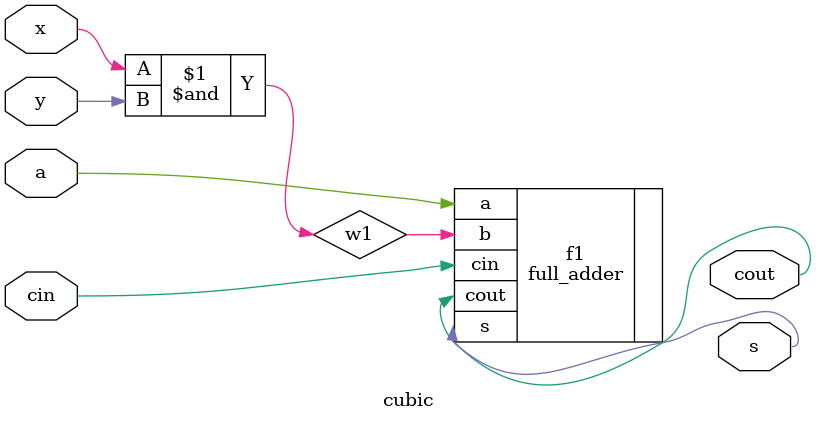
<source format=sv>
module cubic(
input logic x,
input logic y,
input logic a,
input logic cin,
output logic cout,
output logic s);
logic w1;
and a1(w1,x,y);
 full_adder f1(
 .a(a),
 .b(w1),
 .cin(cin),
 .s(s),
.cout(cout));
endmodule
</source>
